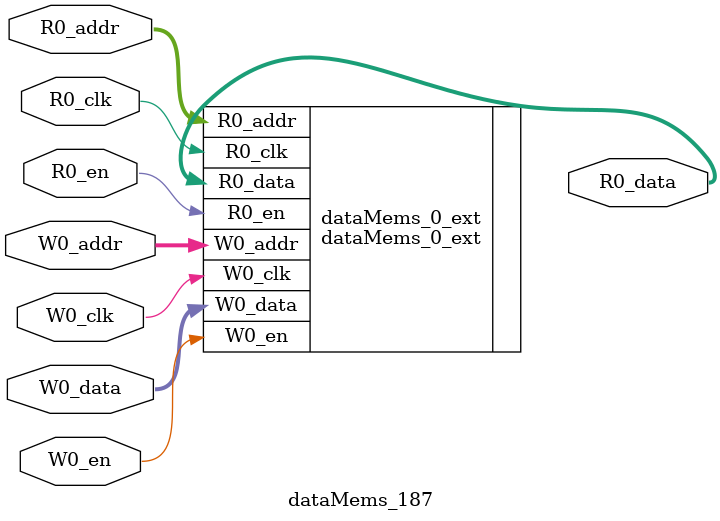
<source format=sv>
`ifndef RANDOMIZE
  `ifdef RANDOMIZE_REG_INIT
    `define RANDOMIZE
  `endif // RANDOMIZE_REG_INIT
`endif // not def RANDOMIZE
`ifndef RANDOMIZE
  `ifdef RANDOMIZE_MEM_INIT
    `define RANDOMIZE
  `endif // RANDOMIZE_MEM_INIT
`endif // not def RANDOMIZE

`ifndef RANDOM
  `define RANDOM $random
`endif // not def RANDOM

// Users can define 'PRINTF_COND' to add an extra gate to prints.
`ifndef PRINTF_COND_
  `ifdef PRINTF_COND
    `define PRINTF_COND_ (`PRINTF_COND)
  `else  // PRINTF_COND
    `define PRINTF_COND_ 1
  `endif // PRINTF_COND
`endif // not def PRINTF_COND_

// Users can define 'ASSERT_VERBOSE_COND' to add an extra gate to assert error printing.
`ifndef ASSERT_VERBOSE_COND_
  `ifdef ASSERT_VERBOSE_COND
    `define ASSERT_VERBOSE_COND_ (`ASSERT_VERBOSE_COND)
  `else  // ASSERT_VERBOSE_COND
    `define ASSERT_VERBOSE_COND_ 1
  `endif // ASSERT_VERBOSE_COND
`endif // not def ASSERT_VERBOSE_COND_

// Users can define 'STOP_COND' to add an extra gate to stop conditions.
`ifndef STOP_COND_
  `ifdef STOP_COND
    `define STOP_COND_ (`STOP_COND)
  `else  // STOP_COND
    `define STOP_COND_ 1
  `endif // STOP_COND
`endif // not def STOP_COND_

// Users can define INIT_RANDOM as general code that gets injected into the
// initializer block for modules with registers.
`ifndef INIT_RANDOM
  `define INIT_RANDOM
`endif // not def INIT_RANDOM

// If using random initialization, you can also define RANDOMIZE_DELAY to
// customize the delay used, otherwise 0.002 is used.
`ifndef RANDOMIZE_DELAY
  `define RANDOMIZE_DELAY 0.002
`endif // not def RANDOMIZE_DELAY

// Define INIT_RANDOM_PROLOG_ for use in our modules below.
`ifndef INIT_RANDOM_PROLOG_
  `ifdef RANDOMIZE
    `ifdef VERILATOR
      `define INIT_RANDOM_PROLOG_ `INIT_RANDOM
    `else  // VERILATOR
      `define INIT_RANDOM_PROLOG_ `INIT_RANDOM #`RANDOMIZE_DELAY begin end
    `endif // VERILATOR
  `else  // RANDOMIZE
    `define INIT_RANDOM_PROLOG_
  `endif // RANDOMIZE
`endif // not def INIT_RANDOM_PROLOG_

// Include register initializers in init blocks unless synthesis is set
`ifndef SYNTHESIS
  `ifndef ENABLE_INITIAL_REG_
    `define ENABLE_INITIAL_REG_
  `endif // not def ENABLE_INITIAL_REG_
`endif // not def SYNTHESIS

// Include rmemory initializers in init blocks unless synthesis is set
`ifndef SYNTHESIS
  `ifndef ENABLE_INITIAL_MEM_
    `define ENABLE_INITIAL_MEM_
  `endif // not def ENABLE_INITIAL_MEM_
`endif // not def SYNTHESIS

module dataMems_187(	// @[generators/ara/src/main/scala/UnsafeAXI4ToTL.scala:365:62]
  input  [4:0]   R0_addr,
  input          R0_en,
  input          R0_clk,
  output [130:0] R0_data,
  input  [4:0]   W0_addr,
  input          W0_en,
  input          W0_clk,
  input  [130:0] W0_data
);

  dataMems_0_ext dataMems_0_ext (	// @[generators/ara/src/main/scala/UnsafeAXI4ToTL.scala:365:62]
    .R0_addr (R0_addr),
    .R0_en   (R0_en),
    .R0_clk  (R0_clk),
    .R0_data (R0_data),
    .W0_addr (W0_addr),
    .W0_en   (W0_en),
    .W0_clk  (W0_clk),
    .W0_data (W0_data)
  );
endmodule


</source>
